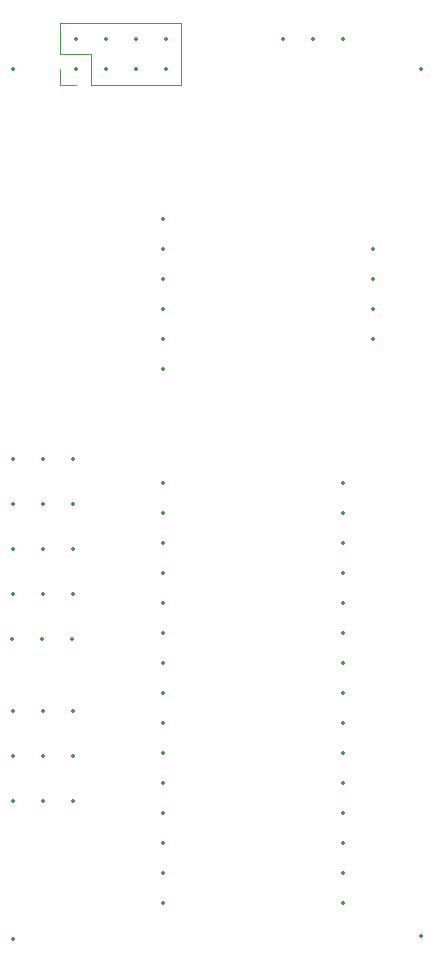
<source format=gbo>
%TF.GenerationSoftware,KiCad,Pcbnew,8.0.5-1.fc40*%
%TF.CreationDate,2024-11-02T20:46:04+01:00*%
%TF.ProjectId,PlaneController,506c616e-6543-46f6-9e74-726f6c6c6572,rev?*%
%TF.SameCoordinates,Original*%
%TF.FileFunction,Legend,Bot*%
%TF.FilePolarity,Positive*%
%FSLAX46Y46*%
G04 Gerber Fmt 4.6, Leading zero omitted, Abs format (unit mm)*
G04 Created by KiCad (PCBNEW 8.0.5-1.fc40) date 2024-11-02 20:46:04*
%MOMM*%
%LPD*%
G01*
G04 APERTURE LIST*
%ADD10C,0.120000*%
%ADD11C,0.350000*%
G04 APERTURE END LIST*
D10*
%TO.C,J4*%
X95444000Y-31750000D02*
X95444000Y-29150000D01*
X95444000Y-34350000D02*
X95444000Y-33020000D01*
X96774000Y-34350000D02*
X95444000Y-34350000D01*
X98044000Y-31750000D02*
X95444000Y-31750000D01*
X98044000Y-34350000D02*
X98044000Y-31750000D01*
X105724000Y-29150000D02*
X95444000Y-29150000D01*
X105724000Y-34350000D02*
X98044000Y-34350000D01*
X105724000Y-34350000D02*
X105724000Y-29150000D01*
%TD*%
D11*
X96520000Y-94996000D03*
X93980000Y-94996000D03*
X91440000Y-94996000D03*
X104150000Y-68072000D03*
X104150000Y-70612000D03*
X104150000Y-73152000D03*
X104150000Y-75692000D03*
X104150000Y-78232000D03*
X104150000Y-80772000D03*
X104150000Y-83312000D03*
X104150000Y-85852000D03*
X104150000Y-88392000D03*
X104150000Y-90932000D03*
X104150000Y-93472000D03*
X104150000Y-96012000D03*
X104150000Y-98552000D03*
X104150000Y-101092000D03*
X104150000Y-103632000D03*
X119390000Y-103632000D03*
X119390000Y-101092000D03*
X119390000Y-98552000D03*
X119390000Y-96012000D03*
X119390000Y-93472000D03*
X119390000Y-90932000D03*
X119390000Y-88392000D03*
X119390000Y-85852000D03*
X119390000Y-83312000D03*
X119390000Y-80772000D03*
X119390000Y-78232000D03*
X119390000Y-75692000D03*
X119390000Y-73152000D03*
X119390000Y-70612000D03*
X119390000Y-68072000D03*
X121920000Y-48260000D03*
X121920000Y-50800000D03*
X121920000Y-53340000D03*
X121920000Y-55880000D03*
X91440000Y-33020000D03*
X91440000Y-106680000D03*
X96520000Y-87376000D03*
X93980000Y-87376000D03*
X91440000Y-87376000D03*
X96520000Y-69850000D03*
X93980000Y-69850000D03*
X91440000Y-69850000D03*
X96520000Y-66040000D03*
X93980000Y-66040000D03*
X91440000Y-66040000D03*
X96520000Y-73660000D03*
X93980000Y-73660000D03*
X91440000Y-73660000D03*
X96505000Y-81280000D03*
X93965000Y-81280000D03*
X91425000Y-81280000D03*
X96520000Y-91186000D03*
X93980000Y-91186000D03*
X91440000Y-91186000D03*
X96520000Y-77470000D03*
X93980000Y-77470000D03*
X91440000Y-77470000D03*
X125984000Y-33020000D03*
X125984000Y-106426000D03*
X114300000Y-30480000D03*
X116840000Y-30480000D03*
X119380000Y-30480000D03*
X104140000Y-45720000D03*
X104140000Y-48260000D03*
X104140000Y-50800000D03*
X104140000Y-53340000D03*
X104140000Y-55880000D03*
X104140000Y-58420000D03*
X96774000Y-33020000D03*
X96774000Y-30480000D03*
X99314000Y-33020000D03*
X99314000Y-30480000D03*
X101854000Y-33020000D03*
X101854000Y-30480000D03*
X104394000Y-33020000D03*
X104394000Y-30480000D03*
M02*

</source>
